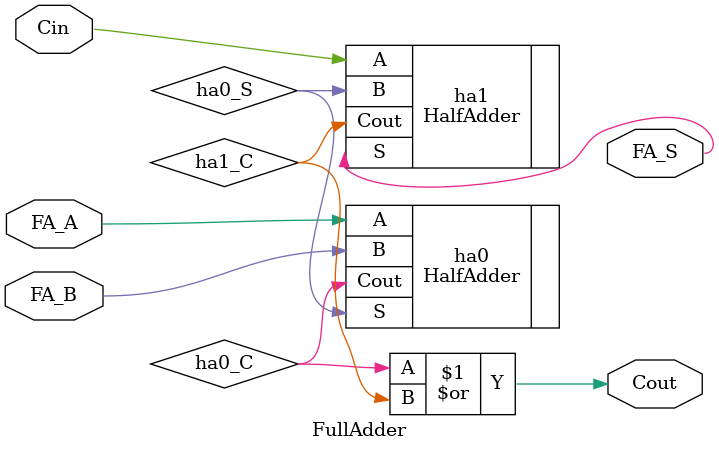
<source format=v>
`timescale 1ns / 1ps

module FullAdder(FA_A, FA_B, Cin, FA_S, Cout);
	input 	FA_A, FA_B, Cin;
	output	FA_S, Cout;
	
	wire		ha0_S, ha0_C, ha1_C;
	
	HalfAdder ha0(	.A(	FA_A	),
						.B(	FA_B	),
						.Cout(ha0_C	),
						.S(	ha0_S	)
						);
						
	HalfAdder ha1(	.A(	Cin	),
						.B(	ha0_S	),
						.Cout(ha1_C	),
						.S(	FA_S	)
						);
						
	assign	Cout = ha0_C |	ha1_C;

endmodule

</source>
